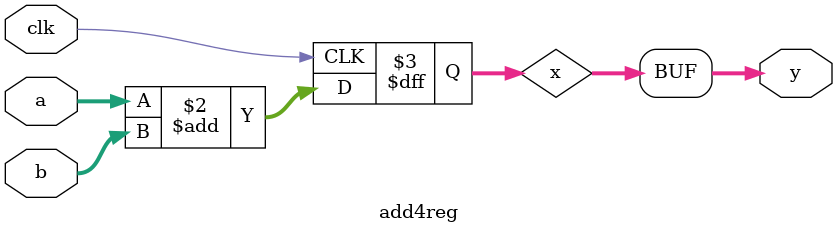
<source format=v>
module add4reg (input [3:0] a, input [3:0] b, input clk, output [3:0] y);
	reg [3:0] x;
	always @ (posedge clk)
		x <= a + b;
	assign y = x;
endmodule

</source>
